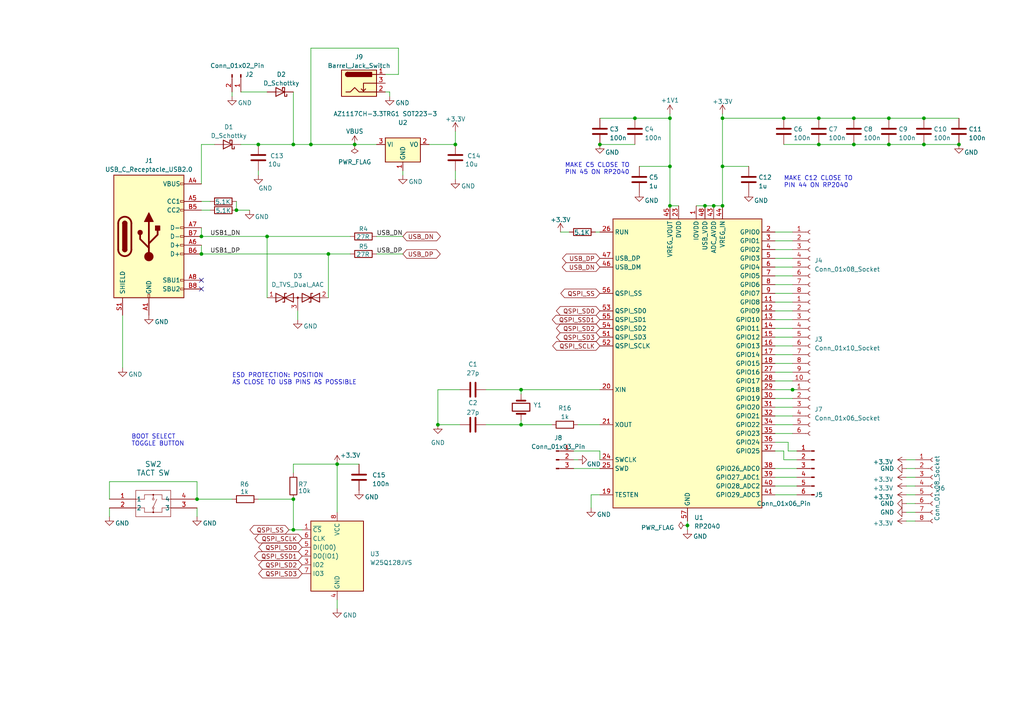
<source format=kicad_sch>
(kicad_sch (version 20230121) (generator eeschema)
  (paper "A4")
  (lib_symbols
    (symbol "Connector:Barrel_Jack_Switch" (pin_names hide)
      (property "Reference" "J" (at 0 5.334 0))
      (property "Value" "Barrel_Jack_Switch" (at 0 -5.08 0))
      (symbol "Barrel_Jack_Switch_1_1"
        (pin passive line (at 7.62 2.54 180) (length 2.54) (name "~") (number "1"))
        (pin passive line (at 7.62 -2.54 180) (length 2.54) (name "~") (number "2"))
        (pin passive line (at 7.62 0 180) (length 2.54) (name "~") (number "3"))
      )
    )
    (symbol "Connector:Conn_01x02_Pin" (pin_names (offset 1.016) hide)
      (property "Reference" "J" (at 0 2.54 0))
      (property "Value" "Conn_01x02_Pin" (at 0 -5.08 0))
      (symbol "Conn_01x02_Pin_1_1"
        (pin passive line (at 5.08 0 180) (length 3.81) (name "Pin_1") (number "1"))
        (pin passive line (at 5.08 -2.54 180) (length 3.81) (name "Pin_2") (number "2"))
      )
    )
    (symbol "Connector:Conn_01x03_Pin" (pin_names (offset 1.016) hide)
      (property "Reference" "J" (at 0 5.08 0))
      (property "Value" "Conn_01x03_Pin" (at 0 -5.08 0))
      (symbol "Conn_01x03_Pin_1_1"
        (pin passive line (at 5.08 2.54 180) (length 3.81) (name "Pin_1") (number "1"))
        (pin passive line (at 5.08 0 180) (length 3.81) (name "Pin_2") (number "2"))
        (pin passive line (at 5.08 -2.54 180) (length 3.81) (name "Pin_3") (number "3"))
      )
    )
    (symbol "Connector:Conn_01x06_Pin" (pin_names (offset 1.016) hide)
      (property "Reference" "J" (at 0 7.62 0))
      (property "Value" "Conn_01x06_Pin" (at 0 -10.16 0))
      (symbol "Conn_01x06_Pin_1_1"
        (pin passive line (at 5.08 5.08 180) (length 3.81) (name "Pin_1") (number "1"))
        (pin passive line (at 5.08 2.54 180) (length 3.81) (name "Pin_2") (number "2"))
        (pin passive line (at 5.08 0 180) (length 3.81) (name "Pin_3") (number "3"))
        (pin passive line (at 5.08 -2.54 180) (length 3.81) (name "Pin_4") (number "4"))
        (pin passive line (at 5.08 -5.08 180) (length 3.81) (name "Pin_5") (number "5"))
        (pin passive line (at 5.08 -7.62 180) (length 3.81) (name "Pin_6") (number "6"))
      )
    )
    (symbol "Connector:Conn_01x06_Socket" (pin_names (offset 1.016) hide)
      (property "Reference" "J" (at 0 7.62 0))
      (property "Value" "Conn_01x06_Socket" (at 0 -10.16 0))
      (symbol "Conn_01x06_Socket_1_1"
        (pin passive line (at -5.08 5.08 0) (length 3.81) (name "Pin_1") (number "1"))
        (pin passive line (at -5.08 2.54 0) (length 3.81) (name "Pin_2") (number "2"))
        (pin passive line (at -5.08 0 0) (length 3.81) (name "Pin_3") (number "3"))
        (pin passive line (at -5.08 -2.54 0) (length 3.81) (name "Pin_4") (number "4"))
        (pin passive line (at -5.08 -5.08 0) (length 3.81) (name "Pin_5") (number "5"))
        (pin passive line (at -5.08 -7.62 0) (length 3.81) (name "Pin_6") (number "6"))
      )
    )
    (symbol "Connector:Conn_01x08_Socket" (pin_names (offset 1.016) hide)
      (property "Reference" "J" (at 0 10.16 0))
      (property "Value" "Conn_01x08_Socket" (at 0 -12.7 0))
      (symbol "Conn_01x08_Socket_1_1"
        (pin passive line (at -5.08 7.62 0) (length 3.81) (name "Pin_1") (number "1"))
        (pin passive line (at -5.08 5.08 0) (length 3.81) (name "Pin_2") (number "2"))
        (pin passive line (at -5.08 2.54 0) (length 3.81) (name "Pin_3") (number "3"))
        (pin passive line (at -5.08 0 0) (length 3.81) (name "Pin_4") (number "4"))
        (pin passive line (at -5.08 -2.54 0) (length 3.81) (name "Pin_5") (number "5"))
        (pin passive line (at -5.08 -5.08 0) (length 3.81) (name "Pin_6") (number "6"))
        (pin passive line (at -5.08 -7.62 0) (length 3.81) (name "Pin_7") (number "7"))
        (pin passive line (at -5.08 -10.16 0) (length 3.81) (name "Pin_8") (number "8"))
      )
    )
    (symbol "Connector:Conn_01x10_Socket" (pin_names (offset 1.016) hide)
      (property "Reference" "J" (at 0 12.7 0))
      (property "Value" "Conn_01x10_Socket" (at 0 -15.24 0))
      (symbol "Conn_01x10_Socket_1_1"
        (pin passive line (at -5.08 10.16 0) (length 3.81) (name "Pin_1") (number "1"))
        (pin passive line (at -5.08 -12.7 0) (length 3.81) (name "Pin_10") (number "10"))
        (pin passive line (at -5.08 7.62 0) (length 3.81) (name "Pin_2") (number "2"))
        (pin passive line (at -5.08 5.08 0) (length 3.81) (name "Pin_3") (number "3"))
        (pin passive line (at -5.08 2.54 0) (length 3.81) (name "Pin_4") (number "4"))
        (pin passive line (at -5.08 0 0) (length 3.81) (name "Pin_5") (number "5"))
        (pin passive line (at -5.08 -2.54 0) (length 3.81) (name "Pin_6") (number "6"))
        (pin passive line (at -5.08 -5.08 0) (length 3.81) (name "Pin_7") (number "7"))
        (pin passive line (at -5.08 -7.62 0) (length 3.81) (name "Pin_8") (number "8"))
        (pin passive line (at -5.08 -10.16 0) (length 3.81) (name "Pin_9") (number "9"))
      )
    )
    (symbol "Connector:USB_C_Receptacle_USB2.0" (pin_names (offset 1.016))
      (property "Reference" "J" (at -10.16 19.05 0))
      (property "Value" "USB_C_Receptacle_USB2.0" (at 19.05 19.05 0))
      (symbol "USB_C_Receptacle_USB2.0_1_1"
        (pin passive line (at 0 -22.86 90) (length 5.08) (name "GND") (number "A1"))
        (pin passive line (at 0 -22.86 90) (length 5.08) hide (name "GND") (number "A12"))
        (pin passive line (at 15.24 15.24 180) (length 5.08) (name "VBUS") (number "A4"))
        (pin bidirectional line (at 15.24 10.16 180) (length 5.08) (name "CC1") (number "A5"))
        (pin bidirectional line (at 15.24 -2.54 180) (length 5.08) (name "D+") (number "A6"))
        (pin bidirectional line (at 15.24 2.54 180) (length 5.08) (name "D-") (number "A7"))
        (pin bidirectional line (at 15.24 -12.7 180) (length 5.08) (name "SBU1") (number "A8"))
        (pin passive line (at 15.24 15.24 180) (length 5.08) hide (name "VBUS") (number "A9"))
        (pin passive line (at 0 -22.86 90) (length 5.08) hide (name "GND") (number "B1"))
        (pin passive line (at 0 -22.86 90) (length 5.08) hide (name "GND") (number "B12"))
        (pin passive line (at 15.24 15.24 180) (length 5.08) hide (name "VBUS") (number "B4"))
        (pin bidirectional line (at 15.24 7.62 180) (length 5.08) (name "CC2") (number "B5"))
        (pin bidirectional line (at 15.24 -5.08 180) (length 5.08) (name "D+") (number "B6"))
        (pin bidirectional line (at 15.24 0 180) (length 5.08) (name "D-") (number "B7"))
        (pin bidirectional line (at 15.24 -15.24 180) (length 5.08) (name "SBU2") (number "B8"))
        (pin passive line (at 15.24 15.24 180) (length 5.08) hide (name "VBUS") (number "B9"))
        (pin passive line (at -7.62 -22.86 90) (length 5.08) (name "SHIELD") (number "S1"))
      )
    )
    (symbol "Device:C" (pin_numbers hide) (pin_names (offset 0.254))
      (property "Reference" "C" (at 0.635 2.54 0))
      (property "Value" "C" (at 0.635 -2.54 0))
      (symbol "C_1_1"
        (pin passive line (at 0 3.81 270) (length 2.794) (name "~") (number "1"))
        (pin passive line (at 0 -3.81 90) (length 2.794) (name "~") (number "2"))
      )
    )
    (symbol "Device:Crystal" (pin_numbers hide) (pin_names (offset 1.016) hide)
      (property "Reference" "Y" (at 0 3.81 0))
      (property "Value" "Crystal" (at 0 -3.81 0))
      (symbol "Crystal_1_1"
        (pin passive line (at -3.81 0 0) (length 1.27) (name "1") (number "1"))
        (pin passive line (at 3.81 0 180) (length 1.27) (name "2") (number "2"))
      )
    )
    (symbol "Device:D_Schottky" (pin_numbers hide) (pin_names (offset 1.016) hide)
      (property "Reference" "D" (at 0 2.54 0))
      (property "Value" "D_Schottky" (at 0 -2.54 0))
      (symbol "D_Schottky_1_1"
        (pin passive line (at -3.81 0 0) (length 2.54) (name "K") (number "1"))
        (pin passive line (at 3.81 0 180) (length 2.54) (name "A") (number "2"))
      )
    )
    (symbol "Device:D_TVS_Dual_AAC" (pin_names (offset 1.016) hide)
      (property "Reference" "D" (at 0 4.445 0))
      (property "Value" "D_TVS_Dual_AAC" (at 0 2.54 0))
      (symbol "D_TVS_Dual_AAC_1_1"
        (pin passive line (at -8.89 0 0) (length 2.54) (name "A1") (number "1"))
        (pin passive line (at 8.89 0 180) (length 2.54) (name "A2") (number "2"))
        (pin input line (at 0 -3.81 90) (length 2.54) (name "common") (number "3"))
      )
    )
    (symbol "Device:R" (pin_numbers hide) (pin_names (offset 0))
      (property "Reference" "R" (at 2.032 0 90))
      (property "Value" "R" (at 0 0 90))
      (symbol "R_1_1"
        (pin passive line (at 0 3.81 270) (length 1.27) (name "~") (number "1"))
        (pin passive line (at 0 -3.81 90) (length 1.27) (name "~") (number "2"))
      )
    )
    (symbol "MCU_RaspberryPi:RP2040"
      (property "Reference" "U" (at 17.78 45.72 0))
      (property "Value" "RP2040" (at 17.78 43.18 0))
      (symbol "RP2040_1_1"
        (pin power_in line (at 2.54 45.72 270) (length 3.81) (name "IOVDD") (number "1"))
        (pin passive line (at 2.54 45.72 270) (length 3.81) hide (name "IOVDD") (number "10"))
        (pin bidirectional line (at 25.4 17.78 180) (length 3.81) (name "GPIO8") (number "11"))
        (pin bidirectional line (at 25.4 15.24 180) (length 3.81) (name "GPIO9") (number "12"))
        (pin bidirectional line (at 25.4 12.7 180) (length 3.81) (name "GPIO10") (number "13"))
        (pin bidirectional line (at 25.4 10.16 180) (length 3.81) (name "GPIO11") (number "14"))
        (pin bidirectional line (at 25.4 7.62 180) (length 3.81) (name "GPIO12") (number "15"))
        (pin bidirectional line (at 25.4 5.08 180) (length 3.81) (name "GPIO13") (number "16"))
        (pin bidirectional line (at 25.4 2.54 180) (length 3.81) (name "GPIO14") (number "17"))
        (pin bidirectional line (at 25.4 0 180) (length 3.81) (name "GPIO15") (number "18"))
        (pin input line (at -25.4 -38.1 0) (length 3.81) (name "TESTEN") (number "19"))
        (pin bidirectional line (at 25.4 38.1 180) (length 3.81) (name "GPIO0") (number "2"))
        (pin input line (at -25.4 -7.62 0) (length 3.81) (name "XIN") (number "20"))
        (pin passive line (at -25.4 -17.78 0) (length 3.81) (name "XOUT") (number "21"))
        (pin passive line (at 2.54 45.72 270) (length 3.81) hide (name "IOVDD") (number "22"))
        (pin power_in line (at -2.54 45.72 270) (length 3.81) (name "DVDD") (number "23"))
        (pin output line (at -25.4 -27.94 0) (length 3.81) (name "SWCLK") (number "24"))
        (pin bidirectional line (at -25.4 -30.48 0) (length 3.81) (name "SWD") (number "25"))
        (pin input line (at -25.4 38.1 0) (length 3.81) (name "RUN") (number "26"))
        (pin bidirectional line (at 25.4 -2.54 180) (length 3.81) (name "GPIO16") (number "27"))
        (pin bidirectional line (at 25.4 -5.08 180) (length 3.81) (name "GPIO17") (number "28"))
        (pin bidirectional line (at 25.4 -7.62 180) (length 3.81) (name "GPIO18") (number "29"))
        (pin bidirectional line (at 25.4 35.56 180) (length 3.81) (name "GPIO1") (number "3"))
        (pin bidirectional line (at 25.4 -10.16 180) (length 3.81) (name "GPIO19") (number "30"))
        (pin bidirectional line (at 25.4 -12.7 180) (length 3.81) (name "GPIO20") (number "31"))
        (pin bidirectional line (at 25.4 -15.24 180) (length 3.81) (name "GPIO21") (number "32"))
        (pin passive line (at 2.54 45.72 270) (length 3.81) hide (name "IOVDD") (number "33"))
        (pin bidirectional line (at 25.4 -17.78 180) (length 3.81) (name "GPIO22") (number "34"))
        (pin bidirectional line (at 25.4 -20.32 180) (length 3.81) (name "GPIO23") (number "35"))
        (pin bidirectional line (at 25.4 -22.86 180) (length 3.81) (name "GPIO24") (number "36"))
        (pin bidirectional line (at 25.4 -25.4 180) (length 3.81) (name "GPIO25") (number "37"))
        (pin bidirectional line (at 25.4 -30.48 180) (length 3.81) (name "GPIO26_ADC0") (number "38"))
        (pin bidirectional line (at 25.4 -33.02 180) (length 3.81) (name "GPIO27_ADC1") (number "39"))
        (pin bidirectional line (at 25.4 33.02 180) (length 3.81) (name "GPIO2") (number "4"))
        (pin bidirectional line (at 25.4 -35.56 180) (length 3.81) (name "GPIO28_ADC2") (number "40"))
        (pin bidirectional line (at 25.4 -38.1 180) (length 3.81) (name "GPIO29_ADC3") (number "41"))
        (pin passive line (at 2.54 45.72 270) (length 3.81) hide (name "IOVDD") (number "42"))
        (pin power_in line (at 7.62 45.72 270) (length 3.81) (name "ADC_AVDD") (number "43"))
        (pin power_in line (at 10.16 45.72 270) (length 3.81) (name "VREG_IN") (number "44"))
        (pin power_out line (at -5.08 45.72 270) (length 3.81) (name "VREG_VOUT") (number "45"))
        (pin bidirectional line (at -25.4 27.94 0) (length 3.81) (name "USB_DM") (number "46"))
        (pin bidirectional line (at -25.4 30.48 0) (length 3.81) (name "USB_DP") (number "47"))
        (pin power_in line (at 5.08 45.72 270) (length 3.81) (name "USB_VDD") (number "48"))
        (pin passive line (at 2.54 45.72 270) (length 3.81) hide (name "IOVDD") (number "49"))
        (pin bidirectional line (at 25.4 30.48 180) (length 3.81) (name "GPIO3") (number "5"))
        (pin passive line (at -2.54 45.72 270) (length 3.81) hide (name "DVDD") (number "50"))
        (pin bidirectional line (at -25.4 7.62 0) (length 3.81) (name "QSPI_SD3") (number "51"))
        (pin output line (at -25.4 5.08 0) (length 3.81) (name "QSPI_SCLK") (number "52"))
        (pin bidirectional line (at -25.4 15.24 0) (length 3.81) (name "QSPI_SD0") (number "53"))
        (pin bidirectional line (at -25.4 10.16 0) (length 3.81) (name "QSPI_SD2") (number "54"))
        (pin bidirectional line (at -25.4 12.7 0) (length 3.81) (name "QSPI_SD1") (number "55"))
        (pin bidirectional line (at -25.4 20.32 0) (length 3.81) (name "QSPI_SS") (number "56"))
        (pin power_in line (at 0 -45.72 90) (length 3.81) (name "GND") (number "57"))
        (pin bidirectional line (at 25.4 27.94 180) (length 3.81) (name "GPIO4") (number "6"))
        (pin bidirectional line (at 25.4 25.4 180) (length 3.81) (name "GPIO5") (number "7"))
        (pin bidirectional line (at 25.4 22.86 180) (length 3.81) (name "GPIO6") (number "8"))
        (pin bidirectional line (at 25.4 20.32 180) (length 3.81) (name "GPIO7") (number "9"))
      )
    )
    (symbol "Memory_Flash:W25Q128JVS"
      (property "Reference" "U" (at -8.89 8.89 0))
      (property "Value" "W25Q128JVS" (at 7.62 8.89 0))
      (symbol "W25Q128JVS_1_1"
        (pin input line (at -10.16 7.62 0) (length 2.54) (name "~{CS}") (number "1"))
        (pin bidirectional line (at -10.16 0 0) (length 2.54) (name "DO(IO1)") (number "2"))
        (pin bidirectional line (at -10.16 -2.54 0) (length 2.54) (name "IO2") (number "3"))
        (pin power_in line (at 0 -12.7 90) (length 2.54) (name "GND") (number "4"))
        (pin bidirectional line (at -10.16 2.54 0) (length 2.54) (name "DI(IO0)") (number "5"))
        (pin input line (at -10.16 5.08 0) (length 2.54) (name "CLK") (number "6"))
        (pin bidirectional line (at -10.16 -5.08 0) (length 2.54) (name "IO3") (number "7"))
        (pin power_in line (at 0 12.7 270) (length 2.54) (name "VCC") (number "8"))
      )
    )
    (symbol "Regulator_Linear:NCP1117-3.3_SOT223"
      (property "Reference" "U" (at -3.81 3.175 0))
      (property "Value" "NCP1117-3.3_SOT223" (at 0 3.175 0))
      (symbol "NCP1117-3.3_SOT223_1_1"
        (pin power_in line (at 0 -7.62 90) (length 2.54) (name "GND") (number "1"))
        (pin power_out line (at 7.62 0 180) (length 2.54) (name "VO") (number "2"))
        (pin power_in line (at -7.62 0 0) (length 2.54) (name "VI") (number "3"))
      )
    )
    (symbol "evqp7c01p:EVQP7C01P" (pin_names (offset 0.254))
      (property "Reference" "SW1" (at 12.7 10.16 0))
      (property "Value" "EVQP7C01P" (at 12.7 7.62 0))
      (symbol "EVQP7C01P_0_1"
        (pin passive line (at 0 0 0) (length 7.62) (name "1") (number "1"))
        (pin passive line (at 0 -2.54 0) (length 7.62) (name "2") (number "2"))
        (pin passive line (at 25.4 -2.54 180) (length 7.62) (name "3") (number "3"))
        (pin passive line (at 25.4 0 180) (length 7.62) (name "4") (number "4"))
      )
    )
    (symbol "power:+1V1" (power) (pin_names (offset 0))
      (property "Value" "+1V1" (at 0 3.556 0))
      (symbol "+1V1_1_1"
        (pin power_in line (at 0 0 90) (length 0) hide (name "+1V1") (number "1"))
      )
    )
    (symbol "power:+3.3V" (power) (pin_names (offset 0))
      (property "Value" "+3.3V" (at 0 3.556 0))
      (symbol "+3.3V_1_1"
        (pin power_in line (at 0 0 90) (length 0) hide (name "+3.3V") (number "1"))
      )
    )
    (symbol "power:GND" (power) (pin_names (offset 0))
      (property "Value" "GND" (at 0 -3.81 0))
      (symbol "GND_1_1"
        (pin power_in line (at 0 0 270) (length 0) hide (name "GND") (number "1"))
      )
    )
    (symbol "power:PWR_FLAG" (power) (pin_numbers hide) (pin_names (offset 0) hide)
      (property "Value" "PWR_FLAG" (at 0 3.81 0))
      (symbol "PWR_FLAG_0_0"
        (pin power_out line (at 0 0 90) (length 0) (name "pwr") (number "1"))
      )
    )
    (symbol "power:VBUS" (power) (pin_names (offset 0))
      (property "Value" "VBUS" (at 0 3.81 0))
      (symbol "VBUS_1_1"
        (pin power_in line (at 0 0 90) (length 0) hide (name "VBUS") (number "1"))
      )
    )
  )
  (junction (at 237.49 34.29))
  (junction (at 194.31 34.29))
  (junction (at 77.47 68.58))
  (junction (at 74.93 41.91))
  (junction (at 85.09 144.78))
  (junction (at 257.81 41.91))
  (junction (at 57.15 144.78))
  (junction (at 97.79 134.62))
  (junction (at 127 123.19))
  (junction (at 237.49 41.91))
  (junction (at 209.55 59.69))
  (junction (at 204.47 59.69))
  (junction (at 85.09 153.67))
  (junction (at 209.55 34.29))
  (junction (at 194.31 48.26))
  (junction (at 102.87 41.91))
  (junction (at 207.01 59.69))
  (junction (at 257.81 34.29))
  (junction (at 194.31 59.69))
  (junction (at 90.17 41.91))
  (junction (at 278.13 41.91))
  (junction (at 247.65 34.29))
  (junction (at 68.58 60.96))
  (junction (at 184.15 34.29))
  (junction (at 95.25 73.66))
  (junction (at 58.42 73.66))
  (junction (at 132.08 41.91))
  (junction (at 173.99 41.91))
  (junction (at 229.87 113.03))
  (junction (at 85.09 41.91))
  (junction (at 151.13 123.19))
  (junction (at 247.65 41.91))
  (junction (at 58.42 68.58))
  (junction (at 199.39 152.4))
  (junction (at 209.55 48.26))
  (junction (at 267.97 41.91))
  (junction (at 267.97 34.29))
  (junction (at 151.13 113.03))
  (junction (at 227.33 34.29))
  (no_connect (at 58.42 81.28))
  (no_connect (at 58.42 83.82))
  (wire (pts (xy 69.85 41.91) (xy 74.93 41.91)))
  (wire (pts (xy 167.64 123.19) (xy 173.99 123.19)))
  (wire (pts (xy 173.99 41.91) (xy 184.15 41.91)))
  (wire (pts (xy 85.09 153.67) (xy 87.63 153.67)))
  (wire (pts (xy 262.89 138.43) (xy 265.43 138.43)))
  (wire (pts (xy 83.82 153.67) (xy 85.09 153.67)))
  (wire (pts (xy 74.93 144.78) (xy 85.09 144.78)))
  (wire (pts (xy 224.79 85.09) (xy 229.87 85.09)))
  (wire (pts (xy 194.31 48.26) (xy 194.31 59.69)))
  (wire (pts (xy 228.6 130.81) (xy 231.14 130.81)))
  (wire (pts (xy 224.79 110.49) (xy 229.87 110.49)))
  (wire (pts (xy 224.79 87.63) (xy 229.87 87.63)))
  (wire (pts (xy 224.79 140.97) (xy 231.14 140.97)))
  (wire (pts (xy 69.85 26.67) (xy 77.47 26.67)))
  (wire (pts (xy 224.79 95.25) (xy 229.87 95.25)))
  (wire (pts (xy 102.87 41.91) (xy 109.22 41.91)))
  (wire (pts (xy 31.75 139.7) (xy 57.15 139.7)))
  (wire (pts (xy 194.31 33.02) (xy 194.31 34.29)))
  (wire (pts (xy 224.79 97.79) (xy 229.87 97.79)))
  (wire (pts (xy 151.13 123.19) (xy 160.02 123.19)))
  (wire (pts (xy 224.79 120.65) (xy 229.87 120.65)))
  (wire (pts (xy 224.79 135.89) (xy 231.14 135.89)))
  (wire (pts (xy 209.55 48.26) (xy 209.55 59.69)))
  (wire (pts (xy 247.65 41.91) (xy 257.81 41.91)))
  (wire (pts (xy 194.31 34.29) (xy 194.31 48.26)))
  (wire (pts (xy 224.79 138.43) (xy 231.14 138.43)))
  (wire (pts (xy 201.93 59.69) (xy 204.47 59.69)))
  (wire (pts (xy 68.58 60.96) (xy 72.39 60.96)))
  (wire (pts (xy 166.37 135.89) (xy 173.99 135.89)))
  (wire (pts (xy 74.93 41.91) (xy 85.09 41.91)))
  (wire (pts (xy 58.42 68.58) (xy 77.47 68.58)))
  (wire (pts (xy 173.99 143.51) (xy 171.45 143.51)))
  (wire (pts (xy 224.79 69.85) (xy 229.87 69.85)))
  (wire (pts (xy 109.22 68.58) (xy 116.84 68.58)))
  (wire (pts (xy 35.56 91.44) (xy 35.56 106.68)))
  (wire (pts (xy 132.08 49.53) (xy 132.08 52.07)))
  (wire (pts (xy 166.37 130.81) (xy 173.99 130.81)))
  (wire (pts (xy 151.13 113.03) (xy 151.13 114.3)))
  (wire (pts (xy 58.42 41.91) (xy 62.23 41.91)))
  (wire (pts (xy 224.79 107.95) (xy 229.87 107.95)))
  (wire (pts (xy 77.47 68.58) (xy 101.6 68.58)))
  (wire (pts (xy 227.33 41.91) (xy 237.49 41.91)))
  (wire (pts (xy 115.57 21.59) (xy 115.57 13.97)))
  (wire (pts (xy 127 123.19) (xy 133.35 123.19)))
  (wire (pts (xy 229.87 113.03) (xy 231.14 113.03)))
  (wire (pts (xy 90.17 41.91) (xy 102.87 41.91)))
  (wire (pts (xy 262.89 151.13) (xy 265.43 151.13)))
  (wire (pts (xy 57.15 144.78) (xy 67.31 144.78)))
  (wire (pts (xy 173.99 34.29) (xy 184.15 34.29)))
  (wire (pts (xy 124.46 41.91) (xy 132.08 41.91)))
  (wire (pts (xy 267.97 34.29) (xy 278.13 34.29)))
  (wire (pts (xy 31.75 144.78) (xy 31.75 139.7)))
  (wire (pts (xy 224.79 130.81) (xy 227.33 130.81)))
  (wire (pts (xy 224.79 125.73) (xy 229.87 125.73)))
  (wire (pts (xy 209.55 48.26) (xy 217.17 48.26)))
  (wire (pts (xy 86.36 90.17) (xy 86.36 92.71)))
  (wire (pts (xy 224.79 74.93) (xy 229.87 74.93)))
  (wire (pts (xy 224.79 92.71) (xy 229.87 92.71)))
  (wire (pts (xy 224.79 80.01) (xy 229.87 80.01)))
  (wire (pts (xy 224.79 67.31) (xy 229.87 67.31)))
  (wire (pts (xy 31.75 147.32) (xy 31.75 149.86)))
  (wire (pts (xy 209.55 34.29) (xy 209.55 48.26)))
  (wire (pts (xy 184.15 34.29) (xy 194.31 34.29)))
  (wire (pts (xy 140.97 123.19) (xy 151.13 123.19)))
  (wire (pts (xy 209.55 33.02) (xy 209.55 34.29)))
  (wire (pts (xy 58.42 53.34) (xy 58.42 41.91)))
  (wire (pts (xy 262.89 143.51) (xy 265.43 143.51)))
  (wire (pts (xy 95.25 73.66) (xy 95.25 86.36)))
  (wire (pts (xy 172.72 67.31) (xy 173.99 67.31)))
  (wire (pts (xy 262.89 146.05) (xy 265.43 146.05)))
  (wire (pts (xy 224.79 143.51) (xy 231.14 143.51)))
  (wire (pts (xy 207.01 59.69) (xy 209.55 59.69)))
  (wire (pts (xy 97.79 134.62) (xy 97.79 148.59)))
  (wire (pts (xy 58.42 71.12) (xy 58.42 73.66)))
  (wire (pts (xy 127 113.03) (xy 133.35 113.03)))
  (wire (pts (xy 199.39 153.67) (xy 199.39 152.4)))
  (wire (pts (xy 58.42 58.42) (xy 60.96 58.42)))
  (wire (pts (xy 58.42 60.96) (xy 60.96 60.96)))
  (wire (pts (xy 199.39 152.4) (xy 199.39 151.13)))
  (wire (pts (xy 209.55 34.29) (xy 227.33 34.29)))
  (wire (pts (xy 77.47 68.58) (xy 77.47 86.36)))
  (wire (pts (xy 257.81 34.29) (xy 267.97 34.29)))
  (wire (pts (xy 224.79 90.17) (xy 229.87 90.17)))
  (wire (pts (xy 262.89 148.59) (xy 265.43 148.59)))
  (wire (pts (xy 111.76 26.67) (xy 113.03 26.67)))
  (wire (pts (xy 113.03 26.67) (xy 113.03 27.94)))
  (wire (pts (xy 151.13 121.92) (xy 151.13 123.19)))
  (wire (pts (xy 116.84 49.53) (xy 116.84 50.8)))
  (wire (pts (xy 58.42 66.04) (xy 58.42 68.58)))
  (wire (pts (xy 85.09 134.62) (xy 97.79 134.62)))
  (wire (pts (xy 68.58 58.42) (xy 68.58 60.96)))
  (wire (pts (xy 224.79 82.55) (xy 229.87 82.55)))
  (wire (pts (xy 227.33 34.29) (xy 237.49 34.29)))
  (wire (pts (xy 111.76 21.59) (xy 115.57 21.59)))
  (wire (pts (xy 224.79 115.57) (xy 229.87 115.57)))
  (wire (pts (xy 171.45 143.51) (xy 171.45 147.32)))
  (wire (pts (xy 237.49 34.29) (xy 247.65 34.29)))
  (wire (pts (xy 262.89 133.35) (xy 265.43 133.35)))
  (wire (pts (xy 132.08 38.1) (xy 132.08 41.91)))
  (wire (pts (xy 109.22 73.66) (xy 116.84 73.66)))
  (wire (pts (xy 67.31 26.67) (xy 67.31 27.94)))
  (wire (pts (xy 151.13 113.03) (xy 173.99 113.03)))
  (wire (pts (xy 224.79 100.33) (xy 229.87 100.33)))
  (wire (pts (xy 140.97 113.03) (xy 151.13 113.03)))
  (wire (pts (xy 262.89 140.97) (xy 265.43 140.97)))
  (wire (pts (xy 224.79 113.03) (xy 229.87 113.03)))
  (wire (pts (xy 58.42 73.66) (xy 95.25 73.66)))
  (wire (pts (xy 224.79 72.39) (xy 229.87 72.39)))
  (wire (pts (xy 224.79 128.27) (xy 228.6 128.27)))
  (wire (pts (xy 185.42 48.26) (xy 194.31 48.26)))
  (wire (pts (xy 224.79 123.19) (xy 229.87 123.19)))
  (wire (pts (xy 57.15 139.7) (xy 57.15 144.78)))
  (wire (pts (xy 257.81 41.91) (xy 267.97 41.91)))
  (wire (pts (xy 85.09 41.91) (xy 90.17 41.91)))
  (wire (pts (xy 90.17 13.97) (xy 90.17 41.91)))
  (wire (pts (xy 166.37 133.35) (xy 167.64 133.35)))
  (wire (pts (xy 74.93 49.53) (xy 74.93 50.8)))
  (wire (pts (xy 228.6 128.27) (xy 228.6 130.81)))
  (wire (pts (xy 162.56 67.31) (xy 165.1 67.31)))
  (wire (pts (xy 57.15 147.32) (xy 57.15 149.86)))
  (wire (pts (xy 267.97 41.91) (xy 278.13 41.91)))
  (wire (pts (xy 227.33 130.81) (xy 227.33 133.35)))
  (wire (pts (xy 237.49 41.91) (xy 247.65 41.91)))
  (wire (pts (xy 194.31 59.69) (xy 196.85 59.69)))
  (wire (pts (xy 173.99 130.81) (xy 173.99 133.35)))
  (wire (pts (xy 97.79 173.99) (xy 97.79 176.53)))
  (wire (pts (xy 224.79 118.11) (xy 229.87 118.11)))
  (wire (pts (xy 224.79 102.87) (xy 229.87 102.87)))
  (wire (pts (xy 115.57 13.97) (xy 90.17 13.97)))
  (wire (pts (xy 85.09 134.62) (xy 85.09 137.16)))
  (wire (pts (xy 95.25 73.66) (xy 101.6 73.66)))
  (wire (pts (xy 224.79 105.41) (xy 229.87 105.41)))
  (wire (pts (xy 97.79 134.62) (xy 104.14 134.62)))
  (wire (pts (xy 127 123.19) (xy 127 113.03)))
  (wire (pts (xy 85.09 144.78) (xy 85.09 153.67)))
  (wire (pts (xy 262.89 135.89) (xy 265.43 135.89)))
  (wire (pts (xy 204.47 59.69) (xy 207.01 59.69)))
  (wire (pts (xy 227.33 133.35) (xy 231.14 133.35)))
  (wire (pts (xy 224.79 77.47) (xy 229.87 77.47)))
  (wire (pts (xy 85.09 26.67) (xy 85.09 41.91)))
  (wire (pts (xy 247.65 34.29) (xy 257.81 34.29)))
  (text "MAKE C5 CLOSE TO \nPIN 45 ON RP2040" (at 163.83 50.8 0) (effects (font (size 1.27 1.27)) (justify left bottom)))
  (text "MAKE C12 CLOSE TO \nPIN 44 ON RP2040" (at 227.33 54.61 0) (effects (font (size 1.27 1.27)) (justify left bottom)))
  (text "BOOT SELECT \nTOGGLE BUTTON" (at 38.1 129.54 0) (effects (font (size 1.27 1.27)) (justify left bottom)))
  (text "ESD PROTECTION: POSITION\nAS CLOSE TO USB PINS AS POSSIBLE" (at 67.31 111.76 0) (effects (font (size 1.27 1.27)) (justify left bottom)))
  (label "USB1_DP" (at 60.96 73.66 0))
  (label "USB_DN" (at 109.22 68.58 0))
  (label "USB1_DN" (at 60.96 68.58 0))
  (label "USB_DP" (at 109.22 73.66 0))
  (global_label "QSPI_SD3" (shape bidirectional) (at 173.99 97.79 180) (property "Intersheetrefs" "${INTERSHEET_REFS}" (effects hide)))
  (global_label "USB_DP" (shape bidirectional) (at 116.84 73.66 0) (property "Intersheetrefs" "${INTERSHEET_REFS}" (effects hide)))
  (global_label "USB_DN" (shape bidirectional) (at 116.84 68.58 0) (property "Intersheetrefs" "${INTERSHEET_REFS}" (effects hide)))
  (global_label "QSPI_SD3" (shape bidirectional) (at 87.63 166.37 180) (property "Intersheetrefs" "${INTERSHEET_REFS}" (effects hide)))
  (global_label "QSPI_SS" (shape bidirectional) (at 83.82 153.67 180) (property "Intersheetrefs" "${INTERSHEET_REFS}" (effects hide)))
  (global_label "QSPI_SD0" (shape bidirectional) (at 173.99 90.17 180) (property "Intersheetrefs" "${INTERSHEET_REFS}" (effects hide)))
  (global_label "QSPI_SS" (shape bidirectional) (at 173.99 85.09 180) (property "Intersheetrefs" "${INTERSHEET_REFS}" (effects hide)))
  (global_label "QSPI_SD2" (shape bidirectional) (at 87.63 163.83 180) (property "Intersheetrefs" "${INTERSHEET_REFS}" (effects hide)))
  (global_label "USB_DN" (shape bidirectional) (at 173.99 77.47 180) (property "Intersheetrefs" "${INTERSHEET_REFS}" (effects hide)))
  (global_label "QSPI_SCLK" (shape bidirectional) (at 87.63 156.21 180) (property "Intersheetrefs" "${INTERSHEET_REFS}" (effects hide)))
  (global_label "QSPI_SSD1" (shape bidirectional) (at 87.63 161.29 180) (property "Intersheetrefs" "${INTERSHEET_REFS}" (effects hide)))
  (global_label "QSPI_SSD1" (shape bidirectional) (at 173.99 92.71 180) (property "Intersheetrefs" "${INTERSHEET_REFS}" (effects hide)))
  (global_label "QSPI_SD0" (shape bidirectional) (at 87.63 158.75 180) (property "Intersheetrefs" "${INTERSHEET_REFS}" (effects hide)))
  (global_label "QSPI_SCLK" (shape bidirectional) (at 173.99 100.33 180) (property "Intersheetrefs" "${INTERSHEET_REFS}" (effects hide)))
  (global_label "USB_DP" (shape bidirectional) (at 173.99 74.93 180) (property "Intersheetrefs" "${INTERSHEET_REFS}" (effects hide)))
  (global_label "QSPI_SD2" (shape bidirectional) (at 173.99 95.25 180) (property "Intersheetrefs" "${INTERSHEET_REFS}" (effects hide)))
  (symbol (lib_id "Memory_Flash:W25Q128JVS") (at 97.79 161.29 0) (unit 1)
    (property "Reference" "U3" (at 107.315 160.655 0) (effects (justify left)))
    (property "Value" "W25Q128JVS" (at 107.315 163.195 0) (effects (justify left)))
    (property "Footprint" "Package_SO:SOIC-8_5.23x5.23mm_P1.27mm" (effects hide))
    (property "Datasheet" "http://www.winbond.com/resource-files/w25q128jv_dtr%20revc%2003272018%20plus.pdf" (effects hide))
  )
  (symbol (lib_id "power:GND") (at 167.64 133.35 90) (unit 1)
    (property "Reference" "#PWR02" (effects hide))
    (property "Value" "GND" (at 170.18 134.62 90) (effects (justify right)))
  )
  (symbol (lib_id "Device:D_Schottky") (at 66.04 41.91 180) (unit 1)
    (property "Reference" "D1" (at 66.3575 36.83 0))
    (property "Value" "D_Schottky" (at 66.3575 39.37 0))
    (property "Footprint" "Diode_SMD:D_SOD-128" (effects hide))
  )
  (symbol (lib_id "power:+3.3V") (at 162.56 67.31 0) (unit 1)
    (property "Reference" "#PWR043" (effects hide))
    (property "Value" "+3.3V" (at 162.56 63.754 0))
  )
  (symbol (lib_id "power:GND") (at 127 123.19 0) (unit 1)
    (property "Reference" "#PWR01" (effects hide))
    (property "Value" "GND" (at 127 128.397 0))
  )
  (symbol (lib_id "power:GND") (at 104.14 142.24 0) (unit 1)
    (property "Reference" "#PWR024" (effects hide))
    (property "Value" "GND" (at 105.791 144.145 0) (effects (justify left)))
  )
  (symbol (lib_id "power:PWR_FLAG") (at 102.87 41.91 180) (unit 1)
    (property "Reference" "#FLG01" (effects hide))
    (property "Value" "PWR_FLAG" (at 102.87 46.99 0))
  )
  (symbol (lib_id "power:GND") (at 43.18 91.44 0) (unit 1)
    (property "Reference" "#PWR04" (effects hide))
    (property "Value" "GND" (at 44.831 93.345 0) (effects (justify left)))
  )
  (symbol (lib_id "power:+3.3V") (at 262.89 140.97 90) (unit 1)
    (property "Reference" "#PWR029" (effects hide))
    (property "Value" "+3.3V" (at 259.08 141.605 90) (effects (justify left)))
  )
  (symbol (lib_id "Regulator_Linear:NCP1117-3.3_SOT223") (at 116.84 41.91 0) (unit 1)
    (property "Reference" "U2" (at 116.84 35.56 0))
    (property "Value" "AZ1117CH-3.3TRG1 SOT223-3" (at 111.76 33.02 0))
    (property "Footprint" "Package_TO_SOT_SMD:SOT-223-3_TabPin2" (effects hide))
    (property "Datasheet" "http://www.onsemi.com/pub_link/Collateral/NCP1117-D.PDF" (effects hide))
  )
  (symbol (lib_id "Device:D_TVS_Dual_AAC") (at 86.36 86.36 0) (unit 1)
    (property "Reference" "D3" (at 86.36 80.01 0))
    (property "Value" "D_TVS_Dual_AAC" (at 86.36 82.55 0))
    (property "Footprint" "Package_TO_SOT_SMD:SOT-23" (effects hide))
  )
  (symbol (lib_id "power:+3.3V") (at 262.89 133.35 90) (unit 1)
    (property "Reference" "#PWR033" (effects hide))
    (property "Value" "+3.3V" (at 259.08 133.985 90) (effects (justify left)))
  )
  (symbol (lib_id "power:VBUS") (at 102.87 41.91 0) (unit 1)
    (property "Reference" "#PWR09" (effects hide))
    (property "Value" "VBUS" (at 102.87 38.1 0))
  )
  (symbol (lib_id "Device:C") (at 184.15 38.1 0) (unit 1)
    (property "Reference" "C4" (at 186.944 37.465 0) (effects (justify left)))
    (property "Value" "100n" (at 186.944 40.005 0) (effects (justify left)))
    (property "Footprint" "Capacitor_SMD:C_0603_1608Metric_Pad1.08x0.95mm_HandSolder" (effects hide))
  )
  (symbol (lib_id "Device:C") (at 173.99 38.1 0) (unit 1)
    (property "Reference" "C3" (at 176.784 37.465 0) (effects (justify left)))
    (property "Value" "100n" (at 176.784 40.005 0) (effects (justify left)))
    (property "Footprint" "Capacitor_SMD:C_0603_1608Metric_Pad1.08x0.95mm_HandSolder" (effects hide))
  )
  (symbol (lib_id "Device:C") (at 227.33 38.1 0) (unit 1)
    (property "Reference" "C6" (at 230.124 37.465 0) (effects (justify left)))
    (property "Value" "100n" (at 230.124 40.005 0) (effects (justify left)))
    (property "Footprint" "Capacitor_SMD:C_0603_1608Metric_Pad1.08x0.95mm_HandSolder" (effects hide))
  )
  (symbol (lib_id "Device:C") (at 237.49 38.1 0) (unit 1)
    (property "Reference" "C7" (at 240.284 37.465 0) (effects (justify left)))
    (property "Value" "100n" (at 240.284 40.005 0) (effects (justify left)))
    (property "Footprint" "Capacitor_SMD:C_0603_1608Metric_Pad1.08x0.95mm_HandSolder" (effects hide))
  )
  (symbol (lib_id "power:GND") (at 74.93 50.8 0) (unit 1)
    (property "Reference" "#PWR07" (effects hide))
    (property "Value" "GND" (at 74.93 54.61 0) (effects (justify left)))
  )
  (symbol (lib_id "power:GND") (at 31.75 149.86 0) (unit 1)
    (property "Reference" "#PWR013" (effects hide))
    (property "Value" "GND" (at 33.401 151.765 0) (effects (justify left)))
  )
  (symbol (lib_id "Connector:Conn_01x10_Socket") (at 234.95 97.79 0) (unit 1)
    (property "Reference" "J3" (at 236.22 98.425 0) (effects (justify left)))
    (property "Value" "Conn_01x10_Socket" (at 236.22 100.965 0) (effects (justify left)))
    (property "Footprint" "Connector_PinSocket_2.54mm:PinSocket_1x10_P2.54mm_Vertical" (effects hide))
  )
  (symbol (lib_id "power:GND") (at 262.89 146.05 270) (unit 1)
    (property "Reference" "#PWR027" (effects hide))
    (property "Value" "GND" (at 255.27 146.05 90) (effects (justify left)))
  )
  (symbol (lib_id "Device:C") (at 74.93 45.72 0) (unit 1)
    (property "Reference" "C13" (at 78.359 45.212 0) (effects (justify left)))
    (property "Value" "10u" (at 77.724 47.625 0) (effects (justify left)))
    (property "Footprint" "Capacitor_SMD:C_0805_2012Metric_Pad1.18x1.45mm_HandSolder" (effects hide))
  )
  (symbol (lib_id "Device:C") (at 217.17 52.07 0) (unit 1)
    (property "Reference" "C12" (at 219.964 51.435 0) (effects (justify left)))
    (property "Value" "1u" (at 219.964 53.975 0) (effects (justify left)))
    (property "Footprint" "Capacitor_SMD:C_0805_2012Metric_Pad1.18x1.45mm_HandSolder" (effects hide))
  )
  (symbol (lib_id "power:+1V1") (at 194.31 33.02 0) (unit 1)
    (property "Reference" "#PWR020" (effects hide))
    (property "Value" "+1V1" (at 194.31 29.083 0))
  )
  (symbol (lib_id "MCU_RaspberryPi:RP2040") (at 199.39 105.41 0) (unit 1)
    (property "Reference" "U1" (at 201.3459 150.114 0) (effects (justify left)))
    (property "Value" "RP2040" (at 201.3459 152.654 0) (effects (justify left)))
    (property "Footprint" "Package_DFN_QFN:QFN-56-1EP_7x7mm_P0.4mm_EP3.2x3.2mm" (effects hide))
    (property "Datasheet" "https://datasheets.raspberrypi.com/rp2040/rp2040-datasheet.pdf" (effects hide))
  )
  (symbol (lib_id "Device:D_Schottky") (at 81.28 26.67 180) (unit 1)
    (property "Reference" "D2" (at 81.5975 21.59 0))
    (property "Value" "D_Schottky" (at 81.5975 24.13 0))
    (property "Footprint" "Diode_SMD:D_SOD-128" (effects hide))
  )
  (symbol (lib_id "power:GND") (at 173.99 41.91 0) (unit 1)
    (property "Reference" "#PWR018" (effects hide))
    (property "Value" "GND" (at 175.514 44.196 0) (effects (justify left)))
  )
  (symbol (lib_id "power:GND") (at 35.56 106.68 0) (unit 1)
    (property "Reference" "#PWR03" (effects hide))
    (property "Value" "GND" (at 37.211 108.585 0) (effects (justify left)))
  )
  (symbol (lib_id "Connector:Conn_01x03_Pin") (at 161.29 133.35 0) (unit 1)
    (property "Reference" "J8" (at 161.925 127 0))
    (property "Value" "Conn_01x03_Pin" (at 161.925 129.54 0))
    (property "Footprint" "Connector_PinSocket_2.54mm:PinSocket_1x03_P2.54mm_Vertical" (effects hide))
  )
  (symbol (lib_id "Connector:Conn_01x06_Pin") (at 236.22 135.89 0) (mirror y) (unit 1)
    (property "Reference" "J5" (at 237.49 143.51 0))
    (property "Value" "Conn_01x06_Pin" (at 227.33 146.05 0))
    (property "Footprint" "Connector_PinSocket_2.54mm:PinSocket_1x06_P2.54mm_Vertical" (effects hide))
  )
  (symbol (lib_id "Connector:USB_C_Receptacle_USB2.0") (at 43.18 68.58 0) (unit 1)
    (property "Reference" "J1" (at 43.18 46.609 0))
    (property "Value" "USB_C_Receptacle_USB2.0" (at 43.18 49.149 0))
    (property "Footprint" "Connector_USB:USB_C_Receptacle_G-Switch_GT-USB-7010ASV" (effects hide))
    (property "Datasheet" "https://www.usb.org/sites/default/files/documents/usb_type-c.zip" (effects hide))
  )
  (symbol (lib_id "power:PWR_FLAG") (at 199.39 152.4 90) (unit 1)
    (property "Reference" "#FLG03" (effects hide))
    (property "Value" "PWR_FLAG" (at 195.58 153.035 90) (effects (justify left)))
  )
  (symbol (lib_id "Device:C") (at 137.16 113.03 90) (unit 1)
    (property "Reference" "C1" (at 137.16 105.664 90))
    (property "Value" "27p" (at 137.16 108.204 90))
    (property "Footprint" "Capacitor_SMD:C_0805_2012Metric_Pad1.18x1.45mm_HandSolder" (effects hide))
  )
  (symbol (lib_id "power:GND") (at 113.03 27.94 0) (unit 1)
    (property "Reference" "#PWR034" (effects hide))
    (property "Value" "GND" (at 114.681 29.845 0) (effects (justify left)))
  )
  (symbol (lib_id "power:GND") (at 278.13 41.91 0) (unit 1)
    (property "Reference" "#PWR031" (effects hide))
    (property "Value" "GND" (at 279.654 44.196 0) (effects (justify left)))
  )
  (symbol (lib_id "power:GND") (at 217.17 55.88 0) (unit 1)
    (property "Reference" "#PWR023" (effects hide))
    (property "Value" "GND" (at 218.694 58.166 0) (effects (justify left)))
  )
  (symbol (lib_id "power:+3.3V") (at 262.89 138.43 90) (unit 1)
    (property "Reference" "#PWR030" (effects hide))
    (property "Value" "+3.3V" (at 259.08 139.065 90) (effects (justify left)))
  )
  (symbol (lib_id "Device:C") (at 278.13 38.1 0) (unit 1)
    (property "Reference" "C11" (at 280.924 37.465 0) (effects (justify left)))
    (property "Value" "100n" (at 280.924 40.005 0) (effects (justify left)))
    (property "Footprint" "Capacitor_SMD:C_0603_1608Metric_Pad1.08x0.95mm_HandSolder" (effects hide))
  )
  (symbol (lib_id "Connector:Conn_01x08_Socket") (at 270.51 140.97 0) (unit 1)
    (property "Reference" "J6" (at 271.78 141.605 0) (effects (justify left)))
    (property "Value" "Conn_01x08_Socket" (at 271.78 151.13 90) (effects (justify left)))
    (property "Footprint" "Connector_PinSocket_2.54mm:PinSocket_1x08_P2.54mm_Vertical" (effects hide))
  )
  (symbol (lib_id "power:GND") (at 262.89 148.59 270) (unit 1)
    (property "Reference" "#PWR026" (effects hide))
    (property "Value" "GND" (at 255.27 148.59 90) (effects (justify left)))
  )
  (symbol (lib_id "Device:C") (at 137.16 123.19 90) (unit 1)
    (property "Reference" "C2" (at 137.16 116.84 90))
    (property "Value" "27p" (at 137.16 119.634 90))
    (property "Footprint" "Capacitor_SMD:C_0805_2012Metric_Pad1.18x1.45mm_HandSolder" (effects hide))
  )
  (symbol (lib_id "power:GND") (at 86.36 92.71 0) (unit 1)
    (property "Reference" "#PWR08" (effects hide))
    (property "Value" "GND" (at 88.011 94.615 0) (effects (justify left)))
  )
  (symbol (lib_id "Device:R") (at 64.77 60.96 90) (unit 1)
    (property "Reference" "R3" (effects hide))
    (property "Value" "5.1K" (at 64.77 61.087 90))
    (property "Footprint" "Resistor_SMD:R_0805_2012Metric_Pad1.20x1.40mm_HandSolder" (effects hide))
  )
  (symbol (lib_id "Device:C") (at 104.14 138.43 0) (unit 1)
    (property "Reference" "C15" (at 107.95 137.795 0) (effects (justify left)))
    (property "Value" "100n" (at 107.95 140.335 0) (effects (justify left)))
    (property "Footprint" "Capacitor_SMD:C_0805_2012Metric_Pad1.18x1.45mm_HandSolder" (effects hide))
  )
  (symbol (lib_id "power:GND") (at 116.84 50.8 0) (unit 1)
    (property "Reference" "#PWR010" (effects hide))
    (property "Value" "GND" (at 118.491 52.705 0) (effects (justify left)))
  )
  (symbol (lib_id "Device:R") (at 168.91 67.31 90) (unit 1)
    (property "Reference" "R33" (effects hide))
    (property "Value" "5.1K" (at 168.783 67.437 90))
    (property "Footprint" "Resistor_SMD:R_0805_2012Metric_Pad1.20x1.40mm_HandSolder" (effects hide))
  )
  (symbol (lib_id "Device:C") (at 132.08 45.72 0) (unit 1)
    (property "Reference" "C14" (at 135.509 45.212 0) (effects (justify left)))
    (property "Value" "10u" (at 134.874 47.625 0) (effects (justify left)))
    (property "Footprint" "Capacitor_SMD:C_0805_2012Metric_Pad1.18x1.45mm_HandSolder" (effects hide))
  )
  (symbol (lib_id "power:+3.3V") (at 262.89 143.51 90) (unit 1)
    (property "Reference" "#PWR028" (effects hide))
    (property "Value" "+3.3V" (at 259.08 144.145 90) (effects (justify left)))
  )
  (symbol (lib_id "power:GND") (at 171.45 147.32 0) (unit 1)
    (property "Reference" "#PWR017" (effects hide))
    (property "Value" "GND" (at 173.101 149.225 0) (effects (justify left)))
  )
  (symbol (lib_id "Device:C") (at 257.81 38.1 0) (unit 1)
    (property "Reference" "C9" (at 260.604 37.465 0) (effects (justify left)))
    (property "Value" "100n" (at 260.604 40.005 0) (effects (justify left)))
    (property "Footprint" "Capacitor_SMD:C_0603_1608Metric_Pad1.08x0.95mm_HandSolder" (effects hide))
  )
  (symbol (lib_id "power:+3.3V") (at 262.89 151.13 90) (unit 1)
    (property "Reference" "#PWR025" (effects hide))
    (property "Value" "+3.3V" (at 259.08 151.765 90) (effects (justify left)))
  )
  (symbol (lib_id "Device:R") (at 105.41 68.58 90) (unit 1)
    (property "Reference" "R4" (at 105.41 66.421 90))
    (property "Value" "27R" (at 105.283 68.707 90))
    (property "Footprint" "Resistor_SMD:R_0603_1608Metric_Pad0.98x0.95mm_HandSolder" (effects hide))
  )
  (symbol (lib_id "Connector:Conn_01x02_Pin") (at 69.85 21.59 270) (unit 1)
    (property "Reference" "J2" (at 71.12 21.59 90) (effects (justify left)))
    (property "Value" "Conn_01x02_Pin" (at 60.96 19.05 90) (effects (justify left)))
    (property "Footprint" "Connector_PinSocket_2.54mm:PinSocket_1x02_P2.54mm_Vertical" (effects hide))
  )
  (symbol (lib_id "power:+3.3V") (at 132.08 38.1 0) (unit 1)
    (property "Reference" "#PWR011" (effects hide))
    (property "Value" "+3.3V" (at 132.08 34.544 0))
  )
  (symbol (lib_id "Device:R") (at 85.09 140.97 0) (unit 1)
    (property "Reference" "R7" (at 86.487 140.462 0) (effects (justify left)))
    (property "Value" "10k" (at 86.487 142.367 0) (effects (justify left)))
    (property "Footprint" "Resistor_SMD:R_0805_2012Metric_Pad1.20x1.40mm_HandSolder" (effects hide))
  )
  (symbol (lib_id "power:GND") (at 132.08 52.07 0) (unit 1)
    (property "Reference" "#PWR012" (effects hide))
    (property "Value" "GND" (at 133.731 53.975 0) (effects (justify left)))
  )
  (symbol (lib_id "power:GND") (at 57.15 149.86 0) (unit 1)
    (property "Reference" "#PWR014" (effects hide))
    (property "Value" "GND" (at 58.801 151.765 0) (effects (justify left)))
  )
  (symbol (lib_id "power:+3.3V") (at 209.55 33.02 0) (unit 1)
    (property "Reference" "#PWR022" (effects hide))
    (property "Value" "+3.3V" (at 209.55 29.464 0))
  )
  (symbol (lib_id "Device:R") (at 163.83 123.19 90) (unit 1)
    (property "Reference" "R16" (at 163.83 118.364 90))
    (property "Value" "1k" (at 163.83 120.904 90))
    (property "Footprint" "Resistor_SMD:R_0805_2012Metric_Pad1.20x1.40mm_HandSolder" (effects hide))
  )
  (symbol (lib_id "Connector:Conn_01x06_Socket") (at 234.95 118.11 0) (unit 1)
    (property "Reference" "J7" (at 236.22 118.745 0) (effects (justify left)))
    (property "Value" "Conn_01x06_Socket" (at 236.22 121.285 0) (effects (justify left)))
    (property "Footprint" "Connector_PinSocket_2.54mm:PinSocket_1x06_P2.54mm_Vertical" (effects hide))
  )
  (symbol (lib_id "power:+3.3V") (at 97.79 134.62 0) (unit 1)
    (property "Reference" "#PWR015" (effects hide))
    (property "Value" "+3.3V" (at 101.6 132.08 0))
  )
  (symbol (lib_id "Connector:Conn_01x08_Socket") (at 234.95 74.93 0) (unit 1)
    (property "Reference" "J4" (at 236.22 75.565 0) (effects (justify left)))
    (property "Value" "Conn_01x08_Socket" (at 236.22 78.105 0) (effects (justify left)))
    (property "Footprint" "Connector_PinSocket_2.54mm:PinSocket_1x08_P2.54mm_Vertical" (effects hide))
  )
  (symbol (lib_id "Device:R") (at 105.41 73.66 90) (unit 1)
    (property "Reference" "R5" (at 105.41 71.501 90))
    (property "Value" "27R" (at 105.283 73.787 90))
    (property "Footprint" "Resistor_SMD:R_0603_1608Metric_Pad0.98x0.95mm_HandSolder" (effects hide))
  )
  (symbol (lib_id "Device:R") (at 71.12 144.78 90) (unit 1)
    (property "Reference" "R6" (at 72.263 140.462 90) (effects (justify left)))
    (property "Value" "1k" (at 72.136 142.621 90) (effects (justify left)))
    (property "Footprint" "Resistor_SMD:R_0805_2012Metric_Pad1.20x1.40mm_HandSolder" (effects hide))
  )
  (symbol (lib_id "power:GND") (at 199.39 153.67 0) (unit 1)
    (property "Reference" "#PWR021" (effects hide))
    (property "Value" "GND" (at 201.041 155.575 0) (effects (justify left)))
  )
  (symbol (lib_id "power:GND") (at 97.79 176.53 0) (unit 1)
    (property "Reference" "#PWR016" (effects hide))
    (property "Value" "GND" (at 99.441 178.435 0) (effects (justify left)))
  )
  (symbol (lib_id "evqp7c01p:EVQP7C01P") (at 31.75 144.78 0) (unit 1)
    (property "Reference" "SW2" (at 44.45 134.62 0) (effects (font (size 1.524 1.524))))
    (property "Value" "TACT SW" (at 44.45 137.16 0) (effects (font (size 1.524 1.524))))
    (property "Footprint" "Button_Switch_SMD:SW_SPST_TL3342" (effects hide))
    (property "Datasheet" "EVQP7C01P" (effects hide))
  )
  (symbol (lib_id "power:GND") (at 67.31 27.94 0) (unit 1)
    (property "Reference" "#PWR05" (effects hide))
    (property "Value" "GND" (at 68.961 29.845 0) (effects (justify left)))
  )
  (symbol (lib_id "Device:C") (at 185.42 52.07 0) (unit 1)
    (property "Reference" "C5" (at 188.214 51.435 0) (effects (justify left)))
    (property "Value" "1u" (at 188.214 53.975 0) (effects (justify left)))
    (property "Footprint" "Capacitor_SMD:C_0805_2012Metric_Pad1.18x1.45mm_HandSolder" (effects hide))
  )
  (symbol (lib_id "power:GND") (at 262.89 135.89 270) (unit 1)
    (property "Reference" "#PWR032" (effects hide))
    (property "Value" "GND" (at 255.27 135.89 90) (effects (justify left)))
  )
  (symbol (lib_id "Device:C") (at 267.97 38.1 0) (unit 1)
    (property "Reference" "C10" (at 270.764 37.465 0) (effects (justify left)))
    (property "Value" "100n" (at 270.764 40.005 0) (effects (justify left)))
    (property "Footprint" "Capacitor_SMD:C_0603_1608Metric_Pad1.08x0.95mm_HandSolder" (effects hide))
  )
  (symbol (lib_id "Device:C") (at 247.65 38.1 0) (unit 1)
    (property "Reference" "C8" (at 250.444 37.465 0) (effects (justify left)))
    (property "Value" "100n" (at 250.444 40.005 0) (effects (justify left)))
    (property "Footprint" "Capacitor_SMD:C_0603_1608Metric_Pad1.08x0.95mm_HandSolder" (effects hide))
  )
  (symbol (lib_id "Device:Crystal") (at 151.13 118.11 90) (unit 1)
    (property "Reference" "Y1" (at 154.686 117.475 90) (effects (justify right)))
    (property "Value" "Crystal 12 Mhz" (effects hide))
    (property "Footprint" "Crystal:Crystal_SMD_SeikoEpson_MA505-2Pin_12.7x5.1mm_HandSoldering" (effects hide))
  )
  (symbol (lib_id "Device:R") (at 64.77 58.42 90) (unit 1)
    (property "Reference" "R2" (effects hide))
    (property "Value" "5.1K" (at 64.643 58.547 90))
    (property "Footprint" "Resistor_SMD:R_0805_2012Metric_Pad1.20x1.40mm_HandSolder" (effects hide))
  )
  (symbol (lib_id "power:GND") (at 72.39 60.96 0) (unit 1)
    (property "Reference" "#PWR06" (effects hide))
    (property "Value" "GND" (at 73.914 62.865 0) (effects (justify left)))
  )
  (symbol (lib_id "Connector:Barrel_Jack_Switch") (at 104.14 24.13 0) (unit 1)
    (property "Reference" "J9" (at 104.14 16.51 0))
    (property "Value" "Barrel_Jack_Switch" (at 104.14 19.05 0))
    (property "Footprint" "Connector_BarrelJack:BarrelJack_Horizontal" (effects hide))
  )
  (symbol (lib_id "power:GND") (at 185.42 55.88 0) (unit 1)
    (property "Reference" "#PWR019" (effects hide))
    (property "Value" "GND" (at 186.944 58.166 0) (effects (justify left)))
  )
)
</source>
